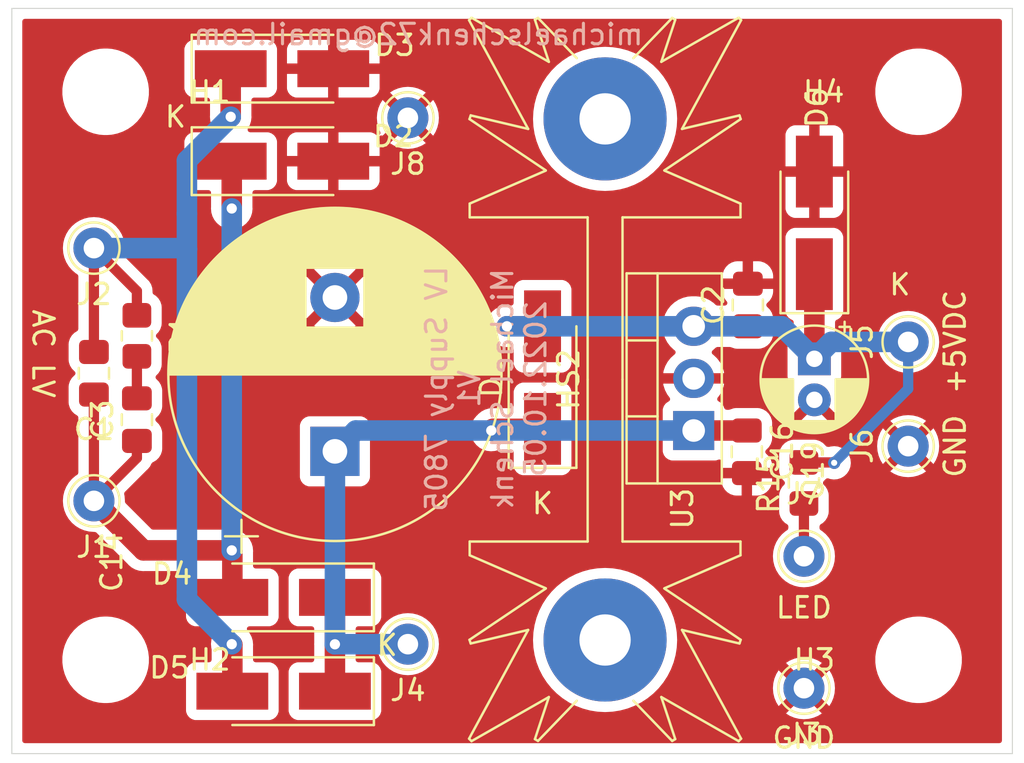
<source format=kicad_pcb>
(kicad_pcb (version 20211014) (generator pcbnew)
  (layers (0 "F.Cu" signal) (31 "B.Cu" signal) (34 "B.Paste" user) (35 "F.Paste" user) (36 "B.SilkS" user "B.Silkscreen") (37 "F.SilkS" user "F.Silkscreen") (38 "B.Mask" user) (39 "F.Mask" user) (44 "Edge.Cuts" user))
  (net 0 "")
  (net 1 "Net-(C1-Pad2)")
  (net 2 "Net-(C3-Pad2)")
  (net 3 "Net-(R15-Pad2)")
  (net 4 "GND")
  (net 5 "Net-(C14-Pad1)")
  (net 6 "Net-(J7-Pad1)")
  (net 7 "Net-(C1-Pad1)")
  (footprint "MountingHole:MountingHole_3.2mm_M3" (layer "F.Cu") (at 54.864 113.03)
    (fp_text reference "H1" (at 5.08 0) (layer "F.SilkS"))
    (fp_text value "MountingHole")
    (pad "" np_thru_hole circle (at 0 0) (size 3.2 3.2) (drill 3.2) (layers *.Cu *.Mask))
  )
  (footprint "MountingHole:MountingHole_3.2mm_M3" (layer "F.Cu") (at 54.864 140.716)
    (fp_text reference "H2" (at 5.08 0) (layer "F.SilkS"))
    (fp_text value "MountingHole")
    (pad "" np_thru_hole circle (at 0 0) (size 3.2 3.2) (drill 3.2) (layers *.Cu *.Mask))
  )
  (footprint "MountingHole:MountingHole_3.2mm_M3" (layer "F.Cu") (at 94.488 140.716)
    (fp_text reference "H3" (at -5.08 0) (layer "F.SilkS"))
    (fp_text value "MountingHole")
    (pad "" np_thru_hole circle (at 0 0) (size 3.2 3.2) (drill 3.2) (layers *.Cu *.Mask))
  )
  (footprint "Connector_Pin:Pin_D1.0mm_L10.0mm" (layer "F.Cu") (at 88.9 142.099638)
    (fp_text reference "J3" (at 0 2.25) (layer "F.SilkS"))
    (fp_text value "LED_GND")
    (pad "1" thru_hole circle (at 0 0) (size 2 2) (drill 1) (layers *.Cu *.Mask) (net 4 "GND"))
  )
  (footprint "Capacitor_THT:CP_Radial_D5.0mm_P2.00mm" (layer "F.Cu") (at 89.408 126.044888 -90)
    (fp_text reference "C19" (at 5.461 0.0635 90) (layer "F.SilkS"))
    (fp_text value "1uF/25V")
    (pad "1" thru_hole rect (at 0 0 270) (size 1.6 1.6) (drill 0.8) (layers *.Cu *.Mask) (net 3 "Net-(R15-Pad2)"))
    (pad "2" thru_hole circle (at 2 0 270) (size 1.6 1.6) (drill 0.8) (layers *.Cu *.Mask) (net 4 "GND"))
  )
  (footprint "Connector_Pin:Pin_D1.0mm_L10.0mm" (layer "F.Cu") (at 93.98 125.222 -90)
    (fp_text reference "J5" (at 0 2.25 90) (layer "F.SilkS"))
    (fp_text value "+5VDC")
    (pad "1" thru_hole circle (at 0 0 270) (size 2 2) (drill 1) (layers *.Cu *.Mask) (net 3 "Net-(R15-Pad2)"))
  )
  (footprint "Connector_Pin:Pin_D1.0mm_L10.0mm" (layer "F.Cu") (at 93.98 130.302 -90)
    (fp_text reference "J6" (at 0 2.25 90) (layer "F.SilkS"))
    (fp_text value "GND")
    (pad "1" thru_hole circle (at 0 0 270) (size 2 2) (drill 1) (layers *.Cu *.Mask) (net 4 "GND"))
  )
  (footprint "Package_TO_SOT_THT:TO-220-3_Vertical" (layer "F.Cu") (at 83.525691 129.54 90)
    (fp_text reference "U3" (at -3.81 -0.5461 90) (layer "F.SilkS"))
    (fp_text value "LM7805_TO220")
    (pad "1" thru_hole rect (at 0 0 90) (size 1.905 2) (drill 1.1) (layers *.Cu *.Mask) (net 5 "Net-(C14-Pad1)"))
    (pad "2" thru_hole oval (at 2.54 0 90) (size 1.905 2) (drill 1.1) (layers *.Cu *.Mask) (net 4 "GND"))
    (pad "3" thru_hole oval (at 5.08 0 90) (size 1.905 2) (drill 1.1) (layers *.Cu *.Mask) (net 3 "Net-(R15-Pad2)"))
  )
  (footprint "Connector_Pin:Pin_D1.0mm_L10.0mm" (layer "F.Cu") (at 88.9 135.668)
    (fp_text reference "J7" (at 0 -3.048) (layer "F.SilkS"))
    (fp_text value "LED")
    (pad "1" thru_hole circle (at 0 0) (size 2 2) (drill 1) (layers *.Cu *.Mask) (net 6 "Net-(J7-Pad1)"))
  )
  (footprint "Resistor_SMD:R_0805_2012Metric_Pad1.20x1.40mm_HandSolder" (layer "F.Cu") (at 88.9 132.096 90)
    (fp_text reference "R15" (at -0.036756 -1.7272 90) (layer "F.SilkS"))
    (fp_text value "330R")
    (pad "1" smd roundrect (at -1 0 90) (size 1.2 1.4) (layers "F.Cu" "F.Paste" "F.Mask") (roundrect_rratio 0.2083333333) (net 6 "Net-(J7-Pad1)"))
    (pad "2" smd roundrect (at 1 0 90) (size 1.2 1.4) (layers "F.Cu" "F.Paste" "F.Mask") (roundrect_rratio 0.2083333333) (net 3 "Net-(R15-Pad2)"))
  )
  (footprint "Capacitor_SMD:C_0805_2012Metric_Pad1.18x1.45mm_HandSolder" (layer "F.Cu") (at 86.116491 130.5775 -90)
    (fp_text reference "C16" (at -0.0215 -1.726637 90) (layer "F.SilkS"))
    (fp_text value "330nF/50V")
    (pad "1" smd roundrect (at -1.0375 0 270) (size 1.175 1.45) (layers "F.Cu" "F.Paste" "F.Mask") (roundrect_rratio 0.2127659574) (net 5 "Net-(C14-Pad1)"))
    (pad "2" smd roundrect (at 1.0375 0 270) (size 1.175 1.45) (layers "F.Cu" "F.Paste" "F.Mask") (roundrect_rratio 0.2127659574) (net 4 "GND"))
  )
  (footprint "MountingHole:MountingHole_3.2mm_M3" (layer "F.Cu") (at 94.488 113.03)
    (fp_text reference "H4" (at -4.6228 0) (layer "F.SilkS"))
    (fp_text value "MountingHole")
    (pad "" np_thru_hole circle (at 0 0) (size 3.2 3.2) (drill 3.2) (layers *.Cu *.Mask))
  )
  (footprint "Capacitor_THT:CP_Radial_D16.0mm_P7.50mm" (layer "F.Cu") (at 66.04 130.556 90)
    (fp_text reference "C14" (at -5.3995 -10.885 90) (layer "F.SilkS"))
    (fp_text value "2200uF/35VDC")
    (pad "1" thru_hole rect (at 0 0 90) (size 2.4 2.4) (drill 1.2) (layers *.Cu *.Mask) (net 5 "Net-(C14-Pad1)"))
    (pad "2" thru_hole circle (at 7.5 0 90) (size 2.4 2.4) (drill 1.2) (layers *.Cu *.Mask) (net 4 "GND"))
  )
  (footprint "Capacitor_SMD:C_0805_2012Metric_Pad1.18x1.45mm_HandSolder" (layer "F.Cu") (at 54.2925 126.7505 90)
    (fp_text reference "C1" (at -2.7305 0) (layer "F.SilkS"))
    (fp_text value "Cx/10nF/50V")
    (pad "1" smd roundrect (at -1.0375 0 90) (size 1.175 1.45) (layers "F.Cu" "F.Paste" "F.Mask") (roundrect_rratio 0.2127659574) (net 7 "Net-(C1-Pad1)"))
    (pad "2" smd roundrect (at 1.0375 0 90) (size 1.175 1.45) (layers "F.Cu" "F.Paste" "F.Mask") (roundrect_rratio 0.2127659574) (net 1 "Net-(C1-Pad2)"))
  )
  (footprint "Capacitor_SMD:C_0805_2012Metric_Pad1.18x1.45mm_HandSolder" (layer "F.Cu") (at 86.166728 123.4225 90)
    (fp_text reference "C2" (at 0 -1.68 90) (layer "F.SilkS"))
    (fp_text value "100nF/50V")
    (pad "1" smd roundrect (at -1.0375 0 90) (size 1.175 1.45) (layers "F.Cu" "F.Paste" "F.Mask") (roundrect_rratio 0.212766) (net 3 "Net-(R15-Pad2)"))
    (pad "2" smd roundrect (at 1.0375 0 90) (size 1.175 1.45) (layers "F.Cu" "F.Paste" "F.Mask") (roundrect_rratio 0.212766) (net 4 "GND"))
  )
  (footprint "Capacitor_SMD:C_0805_2012Metric_Pad1.18x1.45mm_HandSolder" (layer "F.Cu") (at 56.388 129.0105 90)
    (fp_text reference "C3" (at 0 -1.68 90) (layer "F.SilkS"))
    (fp_text value "Cs/50V")
    (pad "1" smd roundrect (at -1.0375 0 90) (size 1.175 1.45) (layers "F.Cu" "F.Paste" "F.Mask") (roundrect_rratio 0.2127659574) (net 7 "Net-(C1-Pad1)"))
    (pad "2" smd roundrect (at 1.0375 0 90) (size 1.175 1.45) (layers "F.Cu" "F.Paste" "F.Mask") (roundrect_rratio 0.2127659574) (net 2 "Net-(C3-Pad2)"))
  )
  (footprint "Diode_SMD:D_SMA_Handsoldering" (layer "F.Cu") (at 76.159691 126.96 90)
    (fp_text reference "D1" (at 0 -2.5 90) (layer "F.SilkS"))
    (fp_text value "1N4007")
    (pad "1" smd rect (at -2.5 0 90) (size 3.5 1.8) (layers "F.Cu" "F.Paste" "F.Mask") (net 5 "Net-(C14-Pad1)"))
    (pad "2" smd rect (at 2.5 0 90) (size 3.5 1.8) (layers "F.Cu" "F.Paste" "F.Mask") (net 3 "Net-(R15-Pad2)"))
  )
  (footprint "Diode_SMD:D_SMA_Handsoldering" (layer "F.Cu") (at 63.46 116.413037)
    (fp_text reference "D2" (at 5.421 -1.2065) (layer "F.SilkS"))
    (fp_text value "BYG22B-E3")
    (pad "1" smd rect (at -2.5 0) (size 3.5 1.8) (layers "F.Cu" "F.Paste" "F.Mask") (net 7 "Net-(C1-Pad1)"))
    (pad "2" smd rect (at 2.5 0) (size 3.5 1.8) (layers "F.Cu" "F.Paste" "F.Mask") (net 4 "GND"))
  )
  (footprint "Diode_SMD:D_SMA_Handsoldering" (layer "F.Cu") (at 63.46 111.904537)
    (fp_text reference "D3" (at 5.4845 -1.143) (layer "F.SilkS"))
    (fp_text value "BYG22B-E3")
    (pad "1" smd rect (at -2.5 0) (size 3.5 1.8) (layers "F.Cu" "F.Paste" "F.Mask") (net 1 "Net-(C1-Pad2)"))
    (pad "2" smd rect (at 2.5 0) (size 3.5 1.8) (layers "F.Cu" "F.Paste" "F.Mask") (net 4 "GND"))
  )
  (footprint "Diode_SMD:D_SMA_Handsoldering" (layer "F.Cu") (at 63.54 137.6735 180)
    (fp_text reference "D4" (at 5.4375 1.143) (layer "F.SilkS"))
    (fp_text value "BYG22B-E3")
    (pad "1" smd rect (at -2.5 0 180) (size 3.5 1.8) (layers "F.Cu" "F.Paste" "F.Mask") (net 5 "Net-(C14-Pad1)"))
    (pad "2" smd rect (at 2.5 0 180) (size 3.5 1.8) (layers "F.Cu" "F.Paste" "F.Mask") (net 7 "Net-(C1-Pad1)"))
  )
  (footprint "Diode_SMD:D_SMA_Handsoldering" (layer "F.Cu") (at 63.54 142.2455 180)
    (fp_text reference "D5" (at 5.5645 1.143) (layer "F.SilkS"))
    (fp_text value "BYG22B-E3")
    (pad "1" smd rect (at -2.5 0 180) (size 3.5 1.8) (layers "F.Cu" "F.Paste" "F.Mask") (net 5 "Net-(C14-Pad1)"))
    (pad "2" smd rect (at 2.5 0 180) (size 3.5 1.8) (layers "F.Cu" "F.Paste" "F.Mask") (net 1 "Net-(C1-Pad2)"))
  )
  (footprint "Diode_SMD:D_SMA_Handsoldering" (layer "F.Cu") (at 89.408 119.42 90)
    (fp_text reference "D6" (at 5.6115 0.127 90) (layer "F.SilkS"))
    (fp_text value "1N4007")
    (pad "1" smd rect (at -2.5 0 90) (size 3.5 1.8) (layers "F.Cu" "F.Paste" "F.Mask") (net 3 "Net-(R15-Pad2)"))
    (pad "2" smd rect (at 2.5 0 90) (size 3.5 1.8) (layers "F.Cu" "F.Paste" "F.Mask") (net 4 "GND"))
  )
  (footprint "Connector_Pin:Pin_D1.0mm_L10.0mm" (layer "F.Cu") (at 54.2925 132.969)
    (fp_text reference "J1" (at 0 2.25) (layer "F.SilkS"))
    (fp_text value "AC-LV")
    (pad "1" thru_hole circle (at 0 0) (size 2 2) (drill 1) (layers *.Cu *.Mask) (net 7 "Net-(C1-Pad1)"))
  )
  (footprint "Connector_Pin:Pin_D1.0mm_L10.0mm" (layer "F.Cu") (at 54.2925 120.65)
    (fp_text reference "J2" (at 0 2.25) (layer "F.SilkS"))
    (fp_text value "AC-LV")
    (pad "1" thru_hole circle (at 0 0) (size 2 2) (drill 1) (layers *.Cu *.Mask) (net 1 "Net-(C1-Pad2)"))
  )
  (footprint "Resistor_SMD:R_0805_2012Metric_Pad1.20x1.40mm_HandSolder" (layer "F.Cu") (at 56.388 124.925 90)
    (fp_text reference "R1" (at 0.0475 2.159 90) (layer "F.SilkS"))
    (fp_text value "Rs/1/8W")
    (pad "1" smd roundrect (at -1 0 90) (size 1.2 1.4) (layers "F.Cu" "F.Paste" "F.Mask") (roundrect_rratio 0.2083333333) (net 2 "Net-(C3-Pad2)"))
    (pad "2" smd roundrect (at 1 0 90) (size 1.2 1.4) (layers "F.Cu" "F.Paste" "F.Mask") (roundrect_rratio 0.2083333333) (net 1 "Net-(C1-Pad2)"))
  )
  (footprint "Heatsink:Heatsink_Fischer_SK104-STC-STIC_35x13mm_2xDrill2.5mm" (layer "F.Cu") (at 79.207691 127.0508 -90)
    (fp_text reference "HS2" (at 0 1.778563 90) (layer "F.SilkS"))
    (fp_text value "Heatsink")
    (pad "1" thru_hole circle (at -12.7 0 90) (size 6 6) (drill 2.5) (layers *.Cu *.Mask))
    (pad "1" thru_hole circle (at 12.7 0 270) (size 6 6) (drill 2.5) (layers *.Cu *.Mask))
  )
  (footprint "Connector_Pin:Pin_D1.0mm_L10.0mm" (layer "F.Cu") (at 69.596 114.3)
    (fp_text reference "J8" (at 0 2.25) (layer "F.SilkS"))
    (fp_text value "GND")
    (pad "1" thru_hole circle (at 0 0) (size 2 2) (drill 1) (layers *.Cu *.Mask) (net 4 "GND"))
  )
  (footprint "Connector_Pin:Pin_D1.0mm_L10.0mm" (layer "F.Cu") (at 69.596 139.954)
    (fp_text reference "J4" (at 0 2.25) (layer "F.SilkS"))
    (fp_text value "DCVIN")
    (pad "1" thru_hole circle (at 0 0) (size 2 2) (drill 1) (layers *.Cu *.Mask) (net 5 "Net-(C14-Pad1)"))
  )
  (gr_line (start 50.292 108.966) (end 50.292 145.288) (layer "Edge.Cuts") (width 0.05))
  (gr_line (start 99.06 108.966) (end 50.292 108.966) (layer "Edge.Cuts") (width 0.05))
  (gr_line (start 50.292 145.288) (end 99.06 145.288) (layer "Edge.Cuts") (width 0.05))
  (gr_line (start 99.06 145.288) (end 99.06 108.966) (layer "Edge.Cuts") (width 0.05))
  (gr_text "LV Supply 7805\nV1\nMichael Schenk\n2022.10.05\n" (at 73.406 127.508 90) (layer "B.SilkS") (effects (font (size 1 1)) (justify mirror)))
  (gr_text "michaelschenk72@gmail.com" (at 70.104 110.236) (layer "B.SilkS") (effects (font (size 1 1)) (justify mirror)))
  (gr_text "+5VDC" (at 96.266 125.222 90) (layer "F.SilkS") (effects (font (size 1 1))))
  (gr_text "GND" (at 96.266 130.302 90) (layer "F.SilkS") (effects (font (size 1 1))))
  (gr_text "LED" (at 88.9 138.176) (layer "F.SilkS") (effects (font (size 1 1))))
  (gr_text "AC LV" (at 51.816 125.7935 270) (layer "F.SilkS") (effects (font (size 1 1))))
  (gr_text "K" (at 61.595 120.904) (layer "F.SilkS") (effects (font (size 1 1))))
  (gr_text "K" (at 68.58 140.0048) (layer "F.SilkS") (effects (font (size 1 1))))
  (gr_text "K" (at 93.575691 122.428) (layer "F.SilkS") (effects (font (size 1 1))))
  (gr_text "K" (at 58.2676 114.2492) (layer "F.SilkS") (effects (font (size 1 1))))
  (gr_text "GND" (at 88.9 144.526) (layer "F.SilkS") (effects (font (size 1 1))))
  (gr_text "K" (at 76.159691 133.096) (layer "F.SilkS") (effects (font (size 1 1))))
  (segment (start 61.04 139.9832) (end 61.0108 139.954) (width 1) (layer "F.Cu") (net 1))
  (segment (start 61.04 142.2455) (end 61.04 139.9832) (width 1) (layer "F.Cu") (net 1))
  (segment (start 54.2925 125.713) (end 54.2925 120.65) (width 0.5) (layer "F.Cu") (net 1))
  (segment (start 60.96 114.2492) (end 60.96 111.904537) (width 1) (layer "F.Cu") (net 1))
  (segment (start 56.388 123.925) (end 56.388 122.7455) (width 0.5) (layer "F.Cu") (net 1))
  (segment (start 56.388 122.7455) (end 54.2925 120.65) (width 0.5) (layer "F.Cu") (net 1))
  (via (at 61.0108 139.954) (size 1) (drill 0.5) (layers "F.Cu" "B.Cu") (net 1))
  (via (at 60.96 114.2492) (size 1) (drill 0.5) (layers "F.Cu" "B.Cu") (net 1))
  (segment (start 58.8264 137.7696) (end 58.8264 137.414) (width 1) (layer "B.Cu") (net 1))
  (segment (start 61.0108 139.954) (end 58.8264 137.7696) (width 1) (layer "B.Cu") (net 1))
  (segment (start 58.8264 118.9736) (end 58.8264 116.3828) (width 1) (layer "B.Cu") (net 1))
  (segment (start 58.7756 120.65) (end 58.8264 120.7008) (width 1) (layer "B.Cu") (net 1))
  (segment (start 54.2925 120.65) (end 58.7756 120.65) (width 1) (layer "B.Cu") (net 1))
  (segment (start 58.8264 116.3828) (end 60.96 114.2492) (width 1) (layer "B.Cu") (net 1))
  (segment (start 58.8264 120.7008) (end 58.8264 118.9736) (width 1) (layer "B.Cu") (net 1))
  (segment (start 58.8264 137.414) (end 58.8264 120.7008) (width 1) (layer "B.Cu") (net 1))
  (segment (start 56.388 127.973) (end 56.388 125.925) (width 0.5) (layer "F.Cu") (net 2))
  (segment (start 88.9 131.096) (end 90.3544 131.096) (width 0.5) (layer "F.Cu") (net 3))
  (segment (start 89.408 126.044888) (end 89.408 121.92) (width 1) (layer "F.Cu") (net 3))
  (segment (start 90.3544 131.096) (end 90.3732 131.1148) (width 0.5) (layer "F.Cu") (net 3))
  (segment (start 74.422 124.46) (end 76.159691 124.46) (width 1) (layer "F.Cu") (net 3))
  (segment (start 86.166728 124.46) (end 83.525691 124.46) (width 1) (layer "F.Cu") (net 3))
  (via (at 90.3732 131.1148) (size 0.6) (drill 0.3) (layers "F.Cu" "B.Cu") (net 3))
  (via (at 74.422 124.46) (size 1) (drill 0.5) (layers "F.Cu" "B.Cu") (net 3))
  (segment (start 83.525691 124.46) (end 74.422 124.46) (width 1) (layer "B.Cu") (net 3))
  (segment (start 90.230888 125.222) (end 89.408 126.044888) (width 1) (layer "B.Cu") (net 3))
  (segment (start 93.98 125.222) (end 90.230888 125.222) (width 1) (layer "B.Cu") (net 3))
  (segment (start 83.525691 124.46) (end 87.823112 124.46) (width 1) (layer "B.Cu") (net 3))
  (segment (start 93.98 127.508) (end 93.98 125.222) (width 0.5) (layer "B.Cu") (net 3))
  (segment (start 87.823112 124.46) (end 89.408 126.044888) (width 1) (layer "B.Cu") (net 3))
  (segment (start 90.3732 131.1148) (end 93.98 127.508) (width 0.5) (layer "B.Cu") (net 3))
  (segment (start 73.74 129.46) (end 73.66 129.54) (width 1) (layer "F.Cu") (net 5))
  (segment (start 66.04 142.2455) (end 66.04 139.9595) (width 1) (layer "F.Cu") (net 5))
  (segment (start 66.04 139.9595) (end 66.04 137.6735) (width 1) (layer "F.Cu") (net 5))
  (segment (start 76.159691 129.46) (end 73.74 129.46) (width 1) (layer "F.Cu") (net 5))
  (segment (start 86.116491 129.54) (end 83.525691 129.54) (width 1) (layer "F.Cu") (net 5))
  (via (at 66.04 139.9595) (size 1) (drill 0.5) (layers "F.Cu" "B.Cu") (net 5))
  (via (at 73.66 129.54) (size 1) (drill 0.5) (layers "F.Cu" "B.Cu") (net 5))
  (segment (start 66.0455 139.954) (end 66.04 139.9595) (width 1) (layer "B.Cu") (net 5))
  (segment (start 83.525691 129.54) (end 73.66 129.54) (width 1) (layer "B.Cu") (net 5))
  (segment (start 66.04 139.9595) (end 66.04 130.556) (width 1) (layer "B.Cu") (net 5))
  (segment (start 73.66 129.54) (end 67.056 129.54) (width 1) (layer "B.Cu") (net 5))
  (segment (start 67.056 129.54) (end 66.04 130.556) (width 1) (layer "B.Cu") (net 5))
  (segment (start 69.596 139.954) (end 66.0455 139.954) (width 1) (layer "B.Cu") (net 5))
  (segment (start 88.9 133.096) (end 88.9 135.668) (width 0.5) (layer "F.Cu") (net 6))
  (segment (start 56.388 130.048) (end 56.388 130.8735) (width 0.5) (layer "F.Cu") (net 7))
  (segment (start 61.04 137.6735) (end 61.04 135.4112) (width 1) (layer "F.Cu") (net 7))
  (segment (start 61.0108 118.7196) (end 61.0108 116.463837) (width 1) (layer "F.Cu") (net 7))
  (segment (start 61.0108 135.382) (end 56.7055 135.382) (width 1) (layer "F.Cu") (net 7))
  (segment (start 61.0108 116.463837) (end 60.96 116.413037) (width 1) (layer "F.Cu") (net 7))
  (segment (start 54.2925 127.788) (end 54.2925 132.969) (width 0.5) (layer "F.Cu") (net 7))
  (segment (start 61.04 116.493037) (end 60.96 116.413037) (width 0.5) (layer "F.Cu") (net 7))
  (segment (start 56.7055 135.382) (end 54.2925 132.969) (width 1) (layer "F.Cu") (net 7))
  (segment (start 61.04 135.4112) (end 61.0108 135.382) (width 1) (layer "F.Cu") (net 7))
  (segment (start 56.388 130.8735) (end 54.2925 132.969) (width 0.5) (layer "F.Cu") (net 7))
  (via (at 61.0108 118.7196) (size 1) (drill 0.5) (layers "F.Cu" "B.Cu") (net 7))
  (via (at 61.0108 135.382) (size 1) (drill 0.5) (layers "F.Cu" "B.Cu") (net 7))
  (segment (start 61.0108 135.382) (end 61.0108 118.7196) (width 1) (layer "B.Cu") (net 7))
  (zone (net 4) (net_name "GND") (layer "F.Cu") (connect_pads (clearance 0.508)) (min_thickness 0.254) (fill yes (thermal_gap 0.508) (thermal_bridge_width 0.508))
    (polygon (pts (xy 99.06 145.161) (xy 50.292 145.161) (xy 50.292 108.966) (xy 99.06 108.966)))
  )
)
</source>
